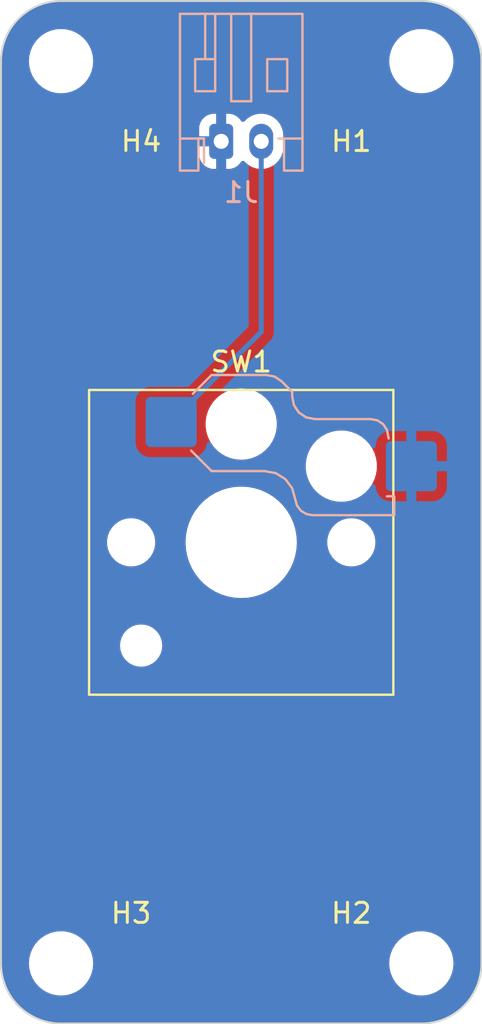
<source format=kicad_pcb>
(kicad_pcb (version 20221018) (generator pcbnew)
  (layers (0 "F.Cu" signal) (31 "B.Cu" signal) (34 "B.Paste" user) (35 "F.Paste" user) (36 "B.SilkS" user "B.Silkscreen") (37 "F.SilkS" user "F.Silkscreen") (38 "B.Mask" user) (39 "F.Mask" user) (44 "Edge.Cuts" user))
  (net 0 "")
  (net 1 "Net-(J9-Pin_2)")
  (net 2 "/Foot_GND")
  (footprint "PCM_Switch_Keyboard_Hotswap_Kailh:SW_Hotswap_Kailh_Choc_V1V2_2.00u_90deg" (layer "F.Cu") (at 105 49)
    (fp_text reference "SW1" (at 0 -9) (layer "F.SilkS"))
    (fp_text value "SW_SPST")
    (fp_line (start -2.416 -7.409) (end -1.479 -8.346) (stroke (width 0.12)) (layer "B.SilkS"))
    (fp_line (start -1.479 -8.346) (end 1.268 -8.346) (stroke (width 0.12)) (layer "B.SilkS"))
    (fp_line (start -1.479 -3.554) (end -2.5 -4.575) (stroke (width 0.12)) (layer "B.SilkS"))
    (fp_line (start 1.168 -3.554) (end -1.479 -3.554) (stroke (width 0.12)) (layer "B.SilkS"))
    (fp_line (start 1.268 -8.346) (end 1.671 -8.266) (stroke (width 0.12)) (layer "B.SilkS"))
    (fp_line (start 1.671 -8.266) (end 2.013 -8.037) (stroke (width 0.12)) (layer "B.SilkS"))
    (fp_line (start 1.73 -3.449) (end 1.168 -3.554) (stroke (width 0.12)) (layer "B.SilkS"))
    (fp_line (start 2.013 -8.037) (end 2.546 -7.504) (stroke (width 0.12)) (layer "B.SilkS"))
    (fp_line (start 2.209 -3.15) (end 1.73 -3.449) (stroke (width 0.12)) (layer "B.SilkS"))
    (fp_line (start 2.546 -7.504) (end 2.546 -7.282) (stroke (width 0.12)) (layer "B.SilkS"))
    (fp_line (start 2.546 -7.282) (end 2.633 -6.844) (stroke (width 0.12)) (layer "B.SilkS"))
    (fp_line (start 2.547 -2.697) (end 2.209 -3.15) (stroke (width 0.12)) (layer "B.SilkS"))
    (fp_line (start 2.633 -6.844) (end 2.877 -6.477) (stroke (width 0.12)) (layer "B.SilkS"))
    (fp_line (start 2.701 -2.139) (end 2.547 -2.697) (stroke (width 0.12)) (layer "B.SilkS"))
    (fp_line (start 2.783 -1.841) (end 2.701 -2.139) (stroke (width 0.12)) (layer "B.SilkS"))
    (fp_line (start 2.877 -6.477) (end 3.244 -6.233) (stroke (width 0.12)) (layer "B.SilkS"))
    (fp_line (start 2.976 -1.583) (end 2.783 -1.841) (stroke (width 0.12)) (layer "B.SilkS"))
    (fp_line (start 3.244 -6.233) (end 3.682 -6.146) (stroke (width 0.12)) (layer "B.SilkS"))
    (fp_line (start 3.25 -1.413) (end 2.976 -1.583) (stroke (width 0.12)) (layer "B.SilkS"))
    (fp_line (start 3.56 -1.354) (end 3.25 -1.413) (stroke (width 0.12)) (layer "B.SilkS"))
    (fp_line (start 3.682 -6.146) (end 6.482 -6.146) (stroke (width 0.12)) (layer "B.SilkS"))
    (fp_line (start 6.482 -6.146) (end 6.809 -6.081) (stroke (width 0.12)) (layer "B.SilkS"))
    (fp_line (start 6.809 -6.081) (end 7.092 -5.892) (stroke (width 0.12)) (layer "B.SilkS"))
    (fp_line (start 7.092 -5.892) (end 7.281 -5.609) (stroke (width 0.12)) (layer "B.SilkS"))
    (fp_line (start 7.281 -5.609) (end 7.366 -5.182) (stroke (width 0.12)) (layer "B.SilkS"))
    (fp_line (start 7.283 -2.296) (end 7.646 -2.296) (stroke (width 0.12)) (layer "B.SilkS"))
    (fp_line (start 7.646 -2.296) (end 7.646 -1.354) (stroke (width 0.12)) (layer "B.SilkS"))
    (fp_line (start 7.646 -1.354) (end 3.56 -1.354) (stroke (width 0.12)) (layer "B.SilkS"))
    (fp_line (start -7.6 -7.6) (end -7.6 7.6) (stroke (width 0.12)) (layer "F.SilkS"))
    (fp_line (start -7.6 7.6) (end 7.6 7.6) (stroke (width 0.12)) (layer "F.SilkS"))
    (fp_line (start 7.6 -7.6) (end -7.6 -7.6) (stroke (width 0.12)) (layer "F.SilkS"))
    (fp_line (start 7.6 7.6) (end 7.6 -7.6) (stroke (width 0.12)) (layer "F.SilkS"))
    (pad "" np_thru_hole circle (at -5.5 0) (size 1.9 1.9) (drill 1.9) (layers "*.Cu" "*.Mask"))
    (pad "" np_thru_hole circle (at -5 5.15) (size 1.6 1.6) (drill 1.6) (layers "*.Cu" "*.Mask"))
    (pad "" np_thru_hole circle (at 0 -5.9) (size 3.05 3.05) (drill 3.05) (layers "*.Cu" "*.Mask"))
    (pad "" np_thru_hole circle (at 0 0) (size 5.05 5.05) (drill 5.05) (layers "*.Cu" "*.Mask"))
    (pad "" np_thru_hole circle (at 5 -3.8) (size 3.05 3.05) (drill 3.05) (layers "*.Cu" "*.Mask"))
    (pad "" np_thru_hole circle (at 5.5 0) (size 1.9 1.9) (drill 1.9) (layers "*.Cu" "*.Mask"))
    (pad "1" smd roundrect (at -3.5 -6) (size 2.55 2.5) (layers "B.Cu" "B.Paste" "B.Mask") (roundrect_rratio 0.1) (net 1 "Net-(J9-Pin_2)"))
    (pad "2" smd roundrect (at 8.5 -3.8) (size 2.55 2.5) (layers "B.Cu" "B.Paste" "B.Mask") (roundrect_rratio 0.1) (net 2 "/Foot_GND"))
  )
  (footprint "MountingHole:MountingHole_2.7mm_M2.5_DIN965" (layer "F.Cu") (at 96 25)
    (fp_text reference "H4" (at 4 4) (layer "F.SilkS"))
    (fp_text value "MountingHole" hide)
    (pad "" np_thru_hole circle (at 0 0) (size 2.7 2.7) (drill 2.7) (layers "F&B.Cu" "*.Mask"))
  )
  (footprint "MountingHole:MountingHole_2.7mm_M2.5_DIN965" (layer "F.Cu") (at 114 25)
    (fp_text reference "H1" (at -3.5 4) (layer "F.SilkS"))
    (fp_text value "MountingHole" hide)
    (pad "" np_thru_hole circle (at 0 0) (size 2.7 2.7) (drill 2.7) (layers "*.Cu" "*.Mask"))
  )
  (footprint "MountingHole:MountingHole_2.7mm_M2.5_DIN965" (layer "F.Cu") (at 114 70)
    (fp_text reference "H2" (at -3.5 -2.5) (layer "F.SilkS"))
    (fp_text value "MountingHole" hide)
    (pad "" np_thru_hole circle (at 0 0) (size 2.7 2.7) (drill 2.7) (layers "*.Cu" "*.Mask"))
  )
  (footprint "MountingHole:MountingHole_2.7mm_M2.5_DIN965" (layer "F.Cu") (at 96 70)
    (fp_text reference "H3" (at 3.5 -2.5) (layer "F.SilkS"))
    (fp_text value "MountingHole" hide)
    (pad "" np_thru_hole circle (at 0 0) (size 2.7 2.7) (drill 2.7) (layers "*.Cu" "*.Mask"))
  )
  (footprint "Connector_JST:JST_PH_S2B-PH-K_1x02_P2.00mm_Horizontal" (layer "B.Cu") (at 104 29)
    (fp_text reference "J1" (at 1 2.55) (layer "B.SilkS") (effects (justify mirror)))
    (fp_text value "Conn_01x02_Socket" hide)
    (fp_line (start -2.06 -6.36) (end 4.06 -6.36) (stroke (width 0.12)) (layer "B.SilkS"))
    (fp_line (start -2.06 -0.14) (end -1.14 -0.14) (stroke (width 0.12)) (layer "B.SilkS"))
    (fp_line (start -2.06 1.46) (end -2.06 -6.36) (stroke (width 0.12)) (layer "B.SilkS"))
    (fp_line (start -1.3 -4.1) (end -0.3 -4.1) (stroke (width 0.12)) (layer "B.SilkS"))
    (fp_line (start -1.3 -2.5) (end -1.3 -4.1) (stroke (width 0.12)) (layer "B.SilkS"))
    (fp_line (start -1.14 -0.14) (end -1.14 1.46) (stroke (width 0.12)) (layer "B.SilkS"))
    (fp_line (start -1.14 1.46) (end -2.06 1.46) (stroke (width 0.12)) (layer "B.SilkS"))
    (fp_line (start -0.86 -0.14) (end -1.14 -0.14) (stroke (width 0.12)) (layer "B.SilkS"))
    (fp_line (start -0.86 -0.14) (end -0.86 1.075) (stroke (width 0.12)) (layer "B.SilkS"))
    (fp_line (start -0.8 -4.1) (end -0.8 -6.36) (stroke (width 0.12)) (layer "B.SilkS"))
    (fp_line (start -0.3 -4.1) (end -0.3 -6.36) (stroke (width 0.12)) (layer "B.SilkS"))
    (fp_line (start -0.3 -4.1) (end -0.3 -2.5) (stroke (width 0.12)) (layer "B.SilkS"))
    (fp_line (start -0.3 -2.5) (end -1.3 -2.5) (stroke (width 0.12)) (layer "B.SilkS"))
    (fp_line (start 0.5 -6.36) (end 0.5 -2) (stroke (width 0.12)) (layer "B.SilkS"))
    (fp_line (start 0.5 -2) (end 1.5 -2) (stroke (width 0.12)) (layer "B.SilkS"))
    (fp_line (start 1.5 -2) (end 1.5 -6.36) (stroke (width 0.12)) (layer "B.SilkS"))
    (fp_line (start 2.3 -4.1) (end 2.3 -2.5) (stroke (width 0.12)) (layer "B.SilkS"))
    (fp_line (start 2.3 -2.5) (end 3.3 -2.5) (stroke (width 0.12)) (layer "B.SilkS"))
    (fp_line (start 3.14 -0.14) (end 2.86 -0.14) (stroke (width 0.12)) (layer "B.SilkS"))
    (fp_line (start 3.14 1.46) (end 3.14 -0.14) (stroke (width 0.12)) (layer "B.SilkS"))
    (fp_line (start 3.3 -4.1) (end 2.3 -4.1) (stroke (width 0.12)) (layer "B.SilkS"))
    (fp_line (start 3.3 -2.5) (end 3.3 -4.1) (stroke (width 0.12)) (layer "B.SilkS"))
    (fp_line (start 4.06 -6.36) (end 4.06 1.46) (stroke (width 0.12)) (layer "B.SilkS"))
    (fp_line (start 4.06 -0.14) (end 3.14 -0.14) (stroke (width 0.12)) (layer "B.SilkS"))
    (fp_line (start 4.06 1.46) (end 3.14 1.46) (stroke (width 0.12)) (layer "B.SilkS"))
    (pad "1" thru_hole roundrect (at 0 0) (size 1.2 1.75) (drill 0.75) (layers "*.Cu" "*.Mask") (roundrect_rratio 0.2083333333) (net 2 "/Foot_GND"))
    (pad "2" thru_hole oval (at 2 0) (size 1.2 1.75) (drill 0.75) (layers "*.Cu" "*.Mask") (net 1 "Net-(J9-Pin_2)"))
  )
  (gr_arc (start 117 70) (mid 116.12132 72.12132) (end 114 73) (stroke (width 0.1)) (layer "Edge.Cuts"))
  (gr_line (start 96 22) (end 114 22) (stroke (width 0.1)) (layer "Edge.Cuts"))
  (gr_arc (start 114 22) (mid 116.12132 22.87868) (end 117 25) (stroke (width 0.1)) (layer "Edge.Cuts"))
  (gr_arc (start 96 73) (mid 93.87868 72.12132) (end 93 70) (stroke (width 0.1)) (layer "Edge.Cuts"))
  (gr_arc (start 93 25) (mid 93.87868 22.87868) (end 96 22) (stroke (width 0.1)) (layer "Edge.Cuts"))
  (gr_line (start 117 25) (end 117 70) (stroke (width 0.1)) (layer "Edge.Cuts"))
  (gr_line (start 93 70) (end 93 25) (stroke (width 0.1)) (layer "Edge.Cuts"))
  (gr_line (start 114 73) (end 96 73) (stroke (width 0.1)) (layer "Edge.Cuts"))
  (segment (start 106 29) (end 106 38.5) (width 0.25) (layer "B.Cu") (net 1))
  (segment (start 106 38.5) (end 101.5 43) (width 0.25) (layer "B.Cu") (net 1))
  (zone (net 2) (net_name "/Foot_GND") (layer "F.Cu") (connect_pads (clearance 0.5)) (min_thickness 0.25) (fill yes (thermal_gap 0.5) (thermal_bridge_width 0.5))
    (polygon (pts (xy 93 22) (xy 117 22) (xy 117 73) (xy 93 73)))
  )
  (zone (net 2) (net_name "/Foot_GND") (layer "B.Cu") (priority 1) (connect_pads (clearance 0.5)) (min_thickness 0.25) (fill yes (thermal_gap 0.5) (thermal_bridge_width 0.5))
    (polygon (pts (xy 93 22) (xy 117 22) (xy 117 73) (xy 93 73)))
  )
)
</source>
